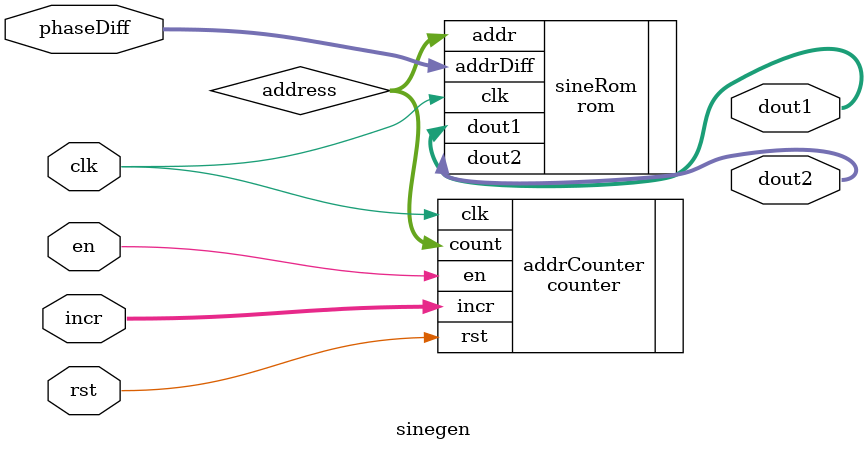
<source format=sv>
module sinegen #(
    parameter   A_WIDTH = 8,
                D_WIDTH = 8
)(
    // interface signals
    input  logic clk,
    input  logic rst,
    input  logic en,
    input  logic [D_WIDTH-1:0] incr, // incremenet for addr counter
    input  logic [D_WIDTH-1:0] phaseDiff,
    output logic [D_WIDTH-1:0] dout1,
    output logic [D_WIDTH-1:0] dout2
);

logic [A_WIDTH-1:0] address;

// instantiate counter module
counter addrCounter (
    .clk(clk),
    .rst(rst),
    .en(en),
    .incr(incr),

    .count(address)
    // .{internal name}({external name})
    // internal signal takes the value of external signal
    // i.e. module internal {count} is an output, which is directed to external {address}
    // i.e. module internal {incr} is an input, which is taken from external {incr}
);

rom sineRom (
    .clk(clk),
    .addr(address),
    .addrDiff(phaseDiff),

    .dout1(dout1),
    .dout2(dout2)
);

endmodule

</source>
